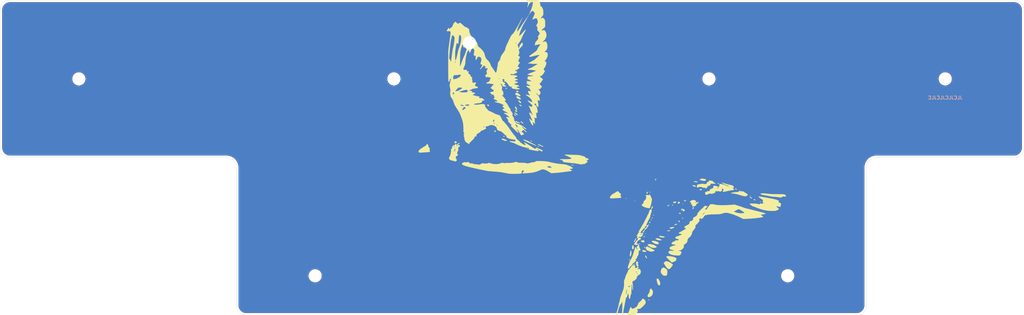
<source format=kicad_pcb>
(kicad_pcb (version 20210606) (generator pcbnew)
  (layers (0 "F.Cu" signal) (31 "B.Cu" signal) (34 "B.Paste" user) (35 "F.Paste" user) (36 "B.SilkS" user "B.Silkscreen") (37 "F.SilkS" user "F.Silkscreen") (38 "B.Mask" user) (39 "F.Mask" user) (44 "Edge.Cuts" user))
  (net 0 "")
  (footprint "uni-footprints:jlcjlcjlcjlc" (layer "F.Cu") (at 256.38125 84.93125)
    (fp_text reference "REF**" hide)
    (fp_text value "jlc")
    (fp_text user "JLCJLCJLCJLC" (at 0 -1) (layer "B.SilkS") (effects (font (size 0.81 0.81)) (justify mirror)))
  )
  (footprint "MountingHole:MountingHole_3.2mm_M3" (layer "F.Cu") (at 141.2875 70.64375)
    (fp_text reference "REF**" hide)
    (fp_text value "MountingHole_3.2mm_M3")
    (pad "1" np_thru_hole circle locked (at 0 0) (size 3.2 3.2) (drill 3.2) (layers *.Cu *.Mask))
  )
  (footprint "MountingHole:MountingHole_2.2mm_M2" (layer "B.Cu") (at 256.38125 79.375 180)
    (fp_text reference "REF**" hide)
    (fp_text value "MountingHole_2.2mm_M2")
    (pad "1" np_thru_hole circle locked (at 0 0 180) (size 2.2 2.2) (drill 2.2) (layers *.Cu *.Mask))
  )
  (footprint "MountingHole:MountingHole_2.2mm_M2" (layer "B.Cu") (at 199.23125 79.375 180)
    (fp_text reference "REF**" hide)
    (fp_text value "MountingHole_2.2mm_M2")
    (pad "1" np_thru_hole circle locked (at 0 0 180) (size 2.2 2.2) (drill 2.2) (layers *.Cu *.Mask))
  )
  (footprint "MountingHole:MountingHole_2.2mm_M2" (layer "B.Cu") (at 218.28125 127 180)
    (fp_text reference "REF**" hide)
    (fp_text value "MountingHole_2.2mm_M2")
    (pad "1" np_thru_hole circle locked (at 0 0 180) (size 2.2 2.2) (drill 2.2) (layers *.Cu *.Mask))
  )
  (footprint "MountingHole:MountingHole_2.2mm_M2" (layer "B.Cu") (at 103.98125 127 180)
    (fp_text reference "REF**" hide)
    (fp_text value "MountingHole_2.2mm_M2")
    (pad "1" np_thru_hole circle locked (at 0 0 180) (size 2.2 2.2) (drill 2.2) (layers *.Cu *.Mask))
  )
  (footprint "MountingHole:MountingHole_2.2mm_M2" (layer "B.Cu") (at 123.03125 79.375 180)
    (fp_text reference "REF**" hide)
    (fp_text value "MountingHole_2.2mm_M2")
    (pad "1" np_thru_hole circle locked (at 0 0 180) (size 2.2 2.2) (drill 2.2) (layers *.Cu *.Mask))
  )
  (footprint "MountingHole:MountingHole_2.2mm_M2" (layer "B.Cu") (at 46.83125 79.375 180)
    (fp_text reference "REF**" hide)
    (fp_text value "MountingHole_2.2mm_M2")
    (pad "1" np_thru_hole circle locked (at 0 0 180) (size 2.2 2.2) (drill 2.2) (layers *.Cu *.Mask))
  )
  (footprint "uni-footprints:plovers" (layer "B.Cu") (at 194.46875 90.1192 180)
    (fp_text reference "Ref**" hide)
    (fp_text value "Val**" hide)
  )
  (gr_line (start 275.43125 62.70625) (end 275.43125 96.04375) (layer "Edge.Cuts") (width 0.05))
  (gr_line (start 27.78125 96.04375) (end 27.78125 62.70625) (layer "Edge.Cuts") (width 0.05))
  (gr_line (start 30.1625 60.325) (end 273.05 60.325) (layer "Edge.Cuts") (width 0.05))
  (gr_line (start 273.05 98.425) (end 239.7125 98.425) (layer "Edge.Cuts") (width 0.05))
  (gr_line (start 237.33125 100.80625) (end 237.33125 134.14375) (layer "Edge.Cuts") (width 0.05))
  (gr_line (start 234.95 136.525) (end 87.3125 136.525) (layer "Edge.Cuts") (width 0.05))
  (gr_line (start 84.93125 134.14375) (end 84.93125 100.80625) (layer "Edge.Cuts") (width 0.05))
  (gr_line (start 82.55 98.425) (end 30.1625 98.425) (layer "Edge.Cuts") (width 0.05))
  (gr_arc (start 234.95 134.14375) (end 237.33125 134.14375) (angle 90) (layer "Edge.Cuts") (width 0.05))
  (gr_arc (start 239.7125 100.80625) (end 237.33125 100.80625) (angle 90) (layer "Edge.Cuts") (width 0.05))
  (gr_arc (start 30.1625 62.70625) (end 27.78125 62.70625) (angle 90) (layer "Edge.Cuts") (width 0.05))
  (gr_arc (start 30.1625 96.04375) (end 30.1625 98.425) (angle 90) (layer "Edge.Cuts") (width 0.05))
  (gr_arc (start 273.05 62.70625) (end 273.05 60.325) (angle 90) (layer "Edge.Cuts") (width 0.05))
  (gr_arc (start 82.55 100.80625) (end 82.55 98.425) (angle 90) (layer "Edge.Cuts") (width 0.05))
  (gr_arc (start 273.05 96.04375) (end 275.43125 96.04375) (angle 90) (layer "Edge.Cuts") (width 0.05))
  (gr_arc (start 87.3125 134.14375) (end 87.3125 136.525) (angle 90) (layer "Edge.Cuts") (width 0.05))
  (zone (net 0) (net_name "") (layers F&B.Cu) (connect_pads (clearance 0.508)) (min_thickness 0.254) (fill yes (thermal_gap 0.508) (thermal_bridge_width 0.508))
    (polygon (pts (xy 27.78125 98.425) (xy 84.1375 99.21875) (xy 84.93125 136.525) (xy 237.33125 136.525) (xy 238.125 99.21875) (xy 275.43125 98.425) (xy 275.43125 60.325) (xy 27.78125 60.325)))
  )
)
</source>
